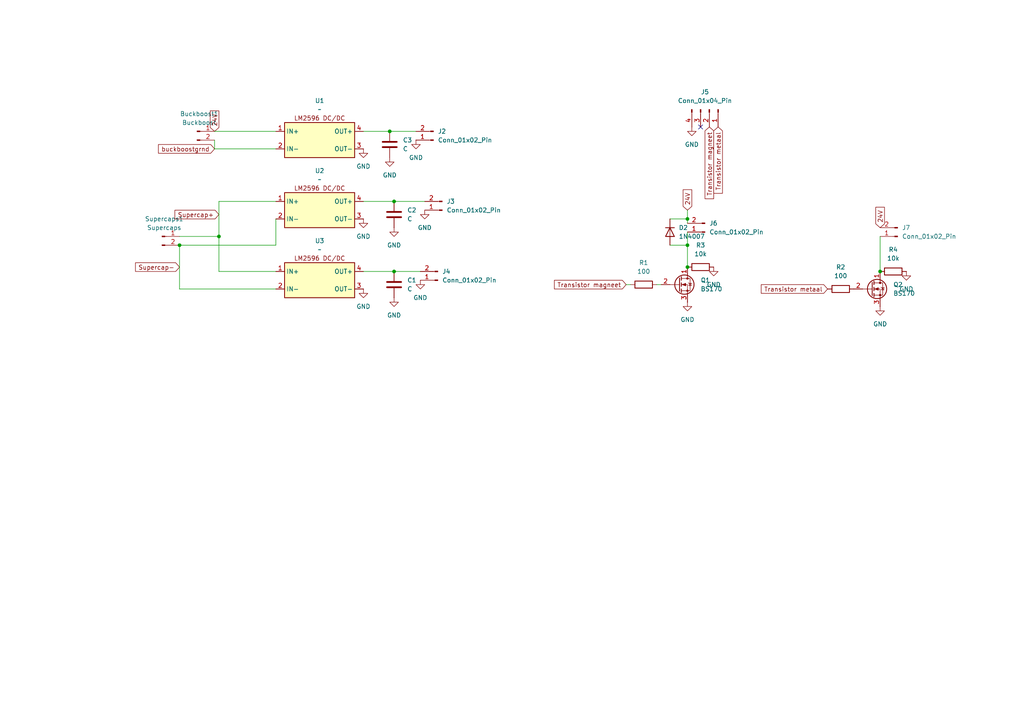
<source format=kicad_sch>
(kicad_sch (version 20250114) (generator "eeschema") (generator_version "9.0")
  (paper "A4")
  (lib_symbols
    (symbol "Connector:Conn_01x02_Pin" (pin_names (offset 1.016) (hide yes))
      (property "Reference" "J" (at 0 2.54 0))
      (property "Value" "Conn_01x02_Pin" (at 0 -5.08 0))
      (symbol "Conn_01x02_Pin_1_1"
        (rectangle (start 0.8636 0.127) (end 0 -0.127) (stroke (width 0.1524)) (fill (type outline)))
        (rectangle (start 0.8636 -2.413) (end 0 -2.667) (stroke (width 0.1524)) (fill (type outline)))
        (polyline (pts (xy 1.27 0) (xy 0.8636 0)) (stroke (width 0.1524)))
        (polyline (pts (xy 1.27 -2.54) (xy 0.8636 -2.54)) (stroke (width 0.1524)))
        (pin passive line (at 5.08 0 180) (length 3.81) (name "Pin_1") (number "1"))
        (pin passive line (at 5.08 -2.54 180) (length 3.81) (name "Pin_2") (number "2"))
      )
    )
    (symbol "Connector:Conn_01x04_Pin" (pin_names (offset 1.016) (hide yes))
      (property "Reference" "J" (at 0 5.08 0))
      (property "Value" "Conn_01x04_Pin" (at 0 -7.62 0))
      (symbol "Conn_01x04_Pin_1_1"
        (rectangle (start 0.8636 2.667) (end 0 2.413) (stroke (width 0.1524)) (fill (type outline)))
        (rectangle (start 0.8636 0.127) (end 0 -0.127) (stroke (width 0.1524)) (fill (type outline)))
        (rectangle (start 0.8636 -2.413) (end 0 -2.667) (stroke (width 0.1524)) (fill (type outline)))
        (rectangle (start 0.8636 -4.953) (end 0 -5.207) (stroke (width 0.1524)) (fill (type outline)))
        (polyline (pts (xy 1.27 2.54) (xy 0.8636 2.54)) (stroke (width 0.1524)))
        (polyline (pts (xy 1.27 0) (xy 0.8636 0)) (stroke (width 0.1524)))
        (polyline (pts (xy 1.27 -2.54) (xy 0.8636 -2.54)) (stroke (width 0.1524)))
        (polyline (pts (xy 1.27 -5.08) (xy 0.8636 -5.08)) (stroke (width 0.1524)))
        (pin passive line (at 5.08 2.54 180) (length 3.81) (name "Pin_1") (number "1"))
        (pin passive line (at 5.08 0 180) (length 3.81) (name "Pin_2") (number "2"))
        (pin passive line (at 5.08 -2.54 180) (length 3.81) (name "Pin_3") (number "3"))
        (pin passive line (at 5.08 -5.08 180) (length 3.81) (name "Pin_4") (number "4"))
      )
    )
    (symbol "Device:C" (pin_numbers (hide yes)) (pin_names (offset 0.254))
      (property "Reference" "C" (at 0.635 2.54 0))
      (property "Value" "C" (at 0.635 -2.54 0))
      (symbol "C_0_1"
        (polyline (pts (xy -2.032 0.762) (xy 2.032 0.762)) (stroke (width 0.508)))
        (polyline (pts (xy -2.032 -0.762) (xy 2.032 -0.762)) (stroke (width 0.508)))
      )
      (symbol "C_1_1"
        (pin passive line (at 0 3.81 270) (length 2.794) (name "~") (number "1"))
        (pin passive line (at 0 -3.81 90) (length 2.794) (name "~") (number "2"))
      )
    )
    (symbol "Device:R" (pin_numbers (hide yes)) (pin_names (offset 0))
      (property "Reference" "R" (at 2.032 0 90))
      (property "Value" "R" (at 0 0 90))
      (symbol "R_0_1"
        (rectangle (start -1.016 -2.54) (end 1.016 2.54) (stroke (width 0.254)))
      )
      (symbol "R_1_1"
        (pin passive line (at 0 3.81 270) (length 1.27) (name "~") (number "1"))
        (pin passive line (at 0 -3.81 90) (length 1.27) (name "~") (number "2"))
      )
    )
    (symbol "Diode:1N4007" (pin_numbers (hide yes)) (pin_names (hide yes))
      (property "Reference" "D" (at 0 2.54 0))
      (property "Value" "1N4007" (at 0 -2.54 0))
      (symbol "1N4007_0_1"
        (polyline (pts (xy -1.27 1.27) (xy -1.27 -1.27)) (stroke (width 0.254)))
        (polyline (pts (xy 1.27 1.27) (xy 1.27 -1.27) (xy -1.27 0) (xy 1.27 1.27)) (stroke (width 0.254)))
        (polyline (pts (xy 1.27 0) (xy -1.27 0)))
      )
      (symbol "1N4007_1_1"
        (pin passive line (at -3.81 0 0) (length 2.54) (name "K") (number "1"))
        (pin passive line (at 3.81 0 180) (length 2.54) (name "A") (number "2"))
      )
    )
    (symbol "Transistor_FET:BS170" (pin_names (hide yes))
      (property "Reference" "Q" (at 5.08 1.905 0))
      (property "Value" "BS170" (at 5.08 0 0))
      (symbol "BS170_0_1"
        (polyline (pts (xy 0.254 1.905) (xy 0.254 -1.905)) (stroke (width 0.254)))
        (polyline (pts (xy 0.254 0) (xy -2.54 0)))
        (polyline (pts (xy 0.762 2.286) (xy 0.762 1.27)) (stroke (width 0.254)))
        (polyline (pts (xy 0.762 0.508) (xy 0.762 -0.508)) (stroke (width 0.254)))
        (polyline (pts (xy 0.762 -1.27) (xy 0.762 -2.286)) (stroke (width 0.254)))
        (polyline (pts (xy 0.762 -1.778) (xy 3.302 -1.778) (xy 3.302 1.778) (xy 0.762 1.778)))
        (polyline (pts (xy 1.016 0) (xy 2.032 0.381) (xy 2.032 -0.381) (xy 1.016 0)) (fill (type outline)))
        (circle (center 1.651 0) (radius 2.794) (stroke (width 0.254)))
        (polyline (pts (xy 2.54 2.54) (xy 2.54 1.778)))
        (circle (center 2.54 1.778) (radius 0.254) (fill (type outline)))
        (circle (center 2.54 -1.778) (radius 0.254) (fill (type outline)))
        (polyline (pts (xy 2.54 -2.54) (xy 2.54 0) (xy 0.762 0)))
        (polyline (pts (xy 2.794 0.508) (xy 2.921 0.381) (xy 3.683 0.381) (xy 3.81 0.254)))
        (polyline (pts (xy 3.302 0.381) (xy 2.921 -0.254) (xy 3.683 -0.254) (xy 3.302 0.381)))
      )
      (symbol "BS170_1_1"
        (pin input line (at -5.08 0 0) (length 2.54) (name "G") (number "2"))
        (pin passive line (at 2.54 5.08 270) (length 2.54) (name "D") (number "1"))
        (pin passive line (at 2.54 -5.08 90) (length 2.54) (name "S") (number "3"))
      )
    )
    (symbol "Zuydlib3:LM2596_module"
      (property "Reference" "U" (at 0 0 0))
      (symbol "LM2596_module_0_1"
        (rectangle (start -10.16 3.81) (end 10.16 -6.35) (stroke (width 0.254)) (fill (type background)))
      )
      (symbol "LM2596_module_1_1"
        (text "LM2596 DC/DC" (at 0 5.08 0) (effects (font (size 1.27 1.27))))
        (pin power_in line (at -12.7 1.27 0) (length 2.54) (name "IN+") (number "1"))
        (pin power_in line (at -12.7 -3.81 0) (length 2.54) (name "IN-") (number "2"))
        (pin power_out line (at 12.7 1.27 180) (length 2.54) (name "OUT+") (number "4"))
        (pin power_out line (at 12.7 -3.81 180) (length 2.54) (name "OUT-") (number "3"))
      )
    )
    (symbol "power:GND" (power) (pin_numbers (hide yes)) (pin_names (offset 0) (hide yes))
      (property "Value" "GND" (at 0 -3.81 0))
      (symbol "GND_0_1"
        (polyline (pts (xy 0 0) (xy 0 -1.27) (xy 1.27 -1.27) (xy 0 -2.54) (xy -1.27 -1.27) (xy 0 -1.27)))
      )
      (symbol "GND_1_1"
        (pin power_in line (at 0 0 270) (length 0) (name "~") (number "1"))
      )
    )
  )
  (junction (at 255.27 78.74))
  (junction (at 63.5 68.58))
  (junction (at 199.39 77.47))
  (junction (at 113.03 38.1))
  (junction (at 114.3 58.42))
  (junction (at 199.39 63.5))
  (junction (at 52.07 71.12))
  (junction (at 199.39 71.12))
  (junction (at 114.3 78.74))
  (no_connect (at 203.2 36.83))
  (wire (pts (xy 63.5 68.58) (xy 63.5 78.74)))
  (wire (pts (xy 114.3 78.74) (xy 121.92 78.74)))
  (wire (pts (xy 181.61 82.55) (xy 182.88 82.55)))
  (wire (pts (xy 194.31 63.5) (xy 199.39 63.5)))
  (wire (pts (xy 190.5 82.55) (xy 191.77 82.55)))
  (wire (pts (xy 62.23 40.64) (xy 62.23 43.18)))
  (wire (pts (xy 52.07 71.12) (xy 80.01 71.12)))
  (wire (pts (xy 255.27 68.58) (xy 255.27 78.74)))
  (wire (pts (xy 199.39 67.31) (xy 199.39 71.12)))
  (wire (pts (xy 199.39 63.5) (xy 199.39 64.77)))
  (wire (pts (xy 105.41 78.74) (xy 114.3 78.74)))
  (wire (pts (xy 63.5 78.74) (xy 80.01 78.74)))
  (wire (pts (xy 194.31 71.12) (xy 199.39 71.12)))
  (wire (pts (xy 105.41 58.42) (xy 114.3 58.42)))
  (wire (pts (xy 62.23 38.1) (xy 80.01 38.1)))
  (wire (pts (xy 52.07 71.12) (xy 52.07 83.82)))
  (wire (pts (xy 63.5 68.58) (xy 63.5 58.42)))
  (wire (pts (xy 52.07 83.82) (xy 80.01 83.82)))
  (wire (pts (xy 52.07 68.58) (xy 63.5 68.58)))
  (wire (pts (xy 80.01 71.12) (xy 80.01 63.5)))
  (wire (pts (xy 63.5 58.42) (xy 80.01 58.42)))
  (wire (pts (xy 113.03 38.1) (xy 120.65 38.1)))
  (wire (pts (xy 62.23 43.18) (xy 80.01 43.18)))
  (wire (pts (xy 199.39 71.12) (xy 199.39 77.47)))
  (wire (pts (xy 199.39 63.5) (xy 199.39 60.96)))
  (wire (pts (xy 114.3 58.42) (xy 123.19 58.42)))
  (wire (pts (xy 105.41 38.1) (xy 113.03 38.1)))
  (global_label "24V" (shape input) (at 62.23 38.1 90) (property "Intersheetrefs" "${INTERSHEET_REFS}" (effects (hide yes))))
  (global_label "Transistor magneet" (shape input) (at 205.74 36.83 270) (property "Intersheetrefs" "${INTERSHEET_REFS}" (effects (hide yes))))
  (global_label "buckboostgrnd" (shape input) (at 62.23 43.18 180) (property "Intersheetrefs" "${INTERSHEET_REFS}" (effects (hide yes))))
  (global_label "Transistor metaal" (shape input) (at 240.03 83.82 180) (property "Intersheetrefs" "${INTERSHEET_REFS}" (effects (hide yes))))
  (global_label "Supercap-" (shape input) (at 52.07 77.47 180) (property "Intersheetrefs" "${INTERSHEET_REFS}" (effects (hide yes))))
  (global_label "Supercap+" (shape input) (at 63.5 62.23 180) (property "Intersheetrefs" "${INTERSHEET_REFS}" (effects (hide yes))))
  (global_label "Transistor metaal" (shape input) (at 208.28 36.83 270) (property "Intersheetrefs" "${INTERSHEET_REFS}" (effects (hide yes))))
  (global_label "24V" (shape input) (at 199.39 60.96 90) (property "Intersheetrefs" "${INTERSHEET_REFS}" (effects (hide yes))))
  (global_label "Transistor magneet" (shape input) (at 181.61 82.55 180) (property "Intersheetrefs" "${INTERSHEET_REFS}" (effects (hide yes))))
  (global_label "24V" (shape input) (at 255.27 66.04 90) (property "Intersheetrefs" "${INTERSHEET_REFS}" (effects (hide yes))))
  (symbol (lib_id "power:GND") (at 262.89 78.74 0) (unit 1)
    (property "Reference" "#PWR011" (effects (hide yes)))
    (property "Value" "GND" (at 262.89 83.82 0))
    (property "Description" "Power symbol creates a global label with name \"GND\" , ground" (effects (hide yes)))
  )
  (symbol (lib_id "Device:R") (at 243.84 83.82 90) (unit 1)
    (property "Reference" "R2" (at 243.84 77.47 90))
    (property "Value" "100" (at 243.84 80.01 90))
    (property "Footprint" "Resistor_THT:R_Axial_DIN0204_L3.6mm_D1.6mm_P7.62mm_Horizontal" (effects (hide yes)))
    (property "Description" "Resistor" (effects (hide yes)))
  )
  (symbol (lib_id "power:GND") (at 199.39 87.63 0) (unit 1)
    (property "Reference" "#PWR08" (effects (hide yes)))
    (property "Value" "GND" (at 199.39 92.71 0))
    (property "Description" "Power symbol creates a global label with name \"GND\" , ground" (effects (hide yes)))
  )
  (symbol (lib_id "power:GND") (at 105.41 63.5 0) (unit 1)
    (property "Reference" "#PWR02" (effects (hide yes)))
    (property "Value" "GND" (at 105.41 68.58 0))
    (property "Description" "Power symbol creates a global label with name \"GND\" , ground" (effects (hide yes)))
  )
  (symbol (lib_id "Device:R") (at 186.69 82.55 90) (unit 1)
    (property "Reference" "R1" (at 186.69 76.2 90))
    (property "Value" "100" (at 186.69 78.74 90))
    (property "Footprint" "Resistor_THT:R_Axial_DIN0204_L3.6mm_D1.6mm_P7.62mm_Horizontal" (effects (hide yes)))
    (property "Description" "Resistor" (effects (hide yes)))
  )
  (symbol (lib_id "Connector:Conn_01x02_Pin") (at 57.15 38.1 0) (unit 1)
    (property "Reference" "Buckboost1" (at 57.785 33.02 0))
    (property "Value" "Buckboost" (at 57.785 35.56 0))
    (property "Footprint" "Connector_Phoenix_MSTB:PhoenixContact_MSTBA_2,5_2-G-5,08_1x02_P5.08mm_Horizontal" (effects (hide yes)))
    (property "Description" "Generic connector, single row, 01x02, script generated" (effects (hide yes)))
  )
  (symbol (lib_id "power:GND") (at 207.01 77.47 0) (unit 1)
    (property "Reference" "#PWR010" (effects (hide yes)))
    (property "Value" "GND" (at 207.01 82.55 0))
    (property "Description" "Power symbol creates a global label with name \"GND\" , ground" (effects (hide yes)))
  )
  (symbol (lib_id "Device:C") (at 114.3 62.23 0) (unit 1)
    (property "Reference" "C2" (at 118.11 60.9599 0) (effects (justify left)))
    (property "Value" "C" (at 118.11 63.4999 0) (effects (justify left)))
    (property "Footprint" "Capacitor_THT:CP_Radial_D5.0mm_P2.50mm" (effects (hide yes)))
    (property "Description" "Unpolarized capacitor" (effects (hide yes)))
  )
  (symbol (lib_id "Transistor_FET:BS170") (at 196.85 82.55 0) (unit 1)
    (property "Reference" "Q1" (at 203.2 81.2799 0) (effects (justify left)))
    (property "Value" "BS170" (at 203.2 83.8199 0) (effects (justify left)))
    (property "Footprint" "Package_TO_SOT_THT:TO-92_Inline" (effects (hide yes)))
    (property "Datasheet" "https://www.onsemi.com/pub/Collateral/BS170-D.PDF" (effects (hide yes)))
    (property "Description" "0.5A Id, 60V Vds, N-Channel MOSFET, TO-92" (effects (hide yes)))
  )
  (symbol (lib_id "Connector:Conn_01x02_Pin") (at 128.27 60.96 180) (unit 1)
    (property "Reference" "J3" (at 129.54 58.4199 0) (effects (justify right)))
    (property "Value" "Conn_01x02_Pin" (at 129.54 60.9599 0) (effects (justify right)))
    (property "Footprint" "Connector_Phoenix_MSTB:PhoenixContact_MSTBA_2,5_2-G-5,08_1x02_P5.08mm_Horizontal" (effects (hide yes)))
    (property "Description" "Generic connector, single row, 01x02, script generated" (effects (hide yes)))
  )
  (symbol (lib_id "power:GND") (at 105.41 83.82 0) (unit 1)
    (property "Reference" "#PWR03" (effects (hide yes)))
    (property "Value" "GND" (at 105.41 88.9 0))
    (property "Description" "Power symbol creates a global label with name \"GND\" , ground" (effects (hide yes)))
  )
  (symbol (lib_id "power:GND") (at 114.3 66.04 0) (unit 1)
    (property "Reference" "#PWR013" (effects (hide yes)))
    (property "Value" "GND" (at 114.3 71.12 0))
    (property "Description" "Power symbol creates a global label with name \"GND\" , ground" (effects (hide yes)))
  )
  (symbol (lib_id "Zuydlib3:LM2596_module") (at 92.71 80.01 0) (unit 1)
    (property "Reference" "U3" (at 92.71 69.85 0))
    (property "Value" "~" (at 92.71 72.39 0))
    (property "Footprint" "Meloen:LM2596_module_opvoetjes" (effects (hide yes)))
  )
  (symbol (lib_id "power:GND") (at 105.41 43.18 0) (unit 1)
    (property "Reference" "#PWR01" (effects (hide yes)))
    (property "Value" "GND" (at 105.41 48.26 0))
    (property "Description" "Power symbol creates a global label with name \"GND\" , ground" (effects (hide yes)))
  )
  (symbol (lib_id "Diode:1N4007") (at 194.31 67.31 270) (unit 1)
    (property "Reference" "D2" (at 196.85 66.0399 90) (effects (justify left)))
    (property "Value" "1N4007" (at 196.85 68.5799 90) (effects (justify left)))
    (property "Footprint" "Diode_THT:D_DO-41_SOD81_P10.16mm_Horizontal" (effects (hide yes)))
    (property "Datasheet" "http://www.vishay.com/docs/88503/1n4001.pdf" (effects (hide yes)))
    (property "Description" "1000V 1A General Purpose Rectifier Diode, DO-41" (effects (hide yes)))
    (property "Sim.Device" "D" (effects (hide yes)))
    (property "Sim.Pins" "1=K 2=A" (effects (hide yes)))
  )
  (symbol (lib_id "power:GND") (at 121.92 81.28 0) (unit 1)
    (property "Reference" "#PWR06" (effects (hide yes)))
    (property "Value" "GND" (at 121.92 86.36 0))
    (property "Description" "Power symbol creates a global label with name \"GND\" , ground" (effects (hide yes)))
  )
  (symbol (lib_id "Connector:Conn_01x02_Pin") (at 127 81.28 180) (unit 1)
    (property "Reference" "J4" (at 128.27 78.7399 0) (effects (justify right)))
    (property "Value" "Conn_01x02_Pin" (at 128.27 81.2799 0) (effects (justify right)))
    (property "Footprint" "Connector_Phoenix_MSTB:PhoenixContact_MSTBA_2,5_2-G-5,08_1x02_P5.08mm_Horizontal" (effects (hide yes)))
    (property "Description" "Generic connector, single row, 01x02, script generated" (effects (hide yes)))
  )
  (symbol (lib_id "power:GND") (at 255.27 88.9 0) (unit 1)
    (property "Reference" "#PWR09" (effects (hide yes)))
    (property "Value" "GND" (at 255.27 93.98 0))
    (property "Description" "Power symbol creates a global label with name \"GND\" , ground" (effects (hide yes)))
  )
  (symbol (lib_id "power:GND") (at 120.65 40.64 0) (unit 1)
    (property "Reference" "#PWR05" (effects (hide yes)))
    (property "Value" "GND" (at 120.65 45.72 0))
    (property "Description" "Power symbol creates a global label with name \"GND\" , ground" (effects (hide yes)))
  )
  (symbol (lib_id "Connector:Conn_01x04_Pin") (at 205.74 31.75 270) (unit 1)
    (property "Reference" "J5" (at 204.47 26.67 90))
    (property "Value" "Conn_01x04_Pin" (at 204.47 29.21 90))
    (property "Footprint" "Meloen:Audio jack" (effects (hide yes)))
    (property "Description" "Generic connector, single row, 01x04, script generated" (effects (hide yes)))
  )
  (symbol (lib_id "power:GND") (at 114.3 86.36 0) (unit 1)
    (property "Reference" "#PWR014" (effects (hide yes)))
    (property "Value" "GND" (at 114.3 91.44 0))
    (property "Description" "Power symbol creates a global label with name \"GND\" , ground" (effects (hide yes)))
  )
  (symbol (lib_id "Connector:Conn_01x02_Pin") (at 204.47 67.31 180) (unit 1)
    (property "Reference" "J6" (at 205.74 64.7699 0) (effects (justify right)))
    (property "Value" "Conn_01x02_Pin" (at 205.74 67.3099 0) (effects (justify right)))
    (property "Footprint" "Connector_Phoenix_MSTB:PhoenixContact_MSTBA_2,5_2-G-5,08_1x02_P5.08mm_Horizontal" (effects (hide yes)))
    (property "Description" "Generic connector, single row, 01x02, script generated" (effects (hide yes)))
  )
  (symbol (lib_id "Connector:Conn_01x02_Pin") (at 260.35 68.58 180) (unit 1)
    (property "Reference" "J7" (at 261.62 66.0399 0) (effects (justify right)))
    (property "Value" "Conn_01x02_Pin" (at 261.62 68.5799 0) (effects (justify right)))
    (property "Footprint" "Connector_Phoenix_MSTB:PhoenixContact_MSTBA_2,5_2-G-5,08_1x02_P5.08mm_Horizontal" (effects (hide yes)))
    (property "Description" "Generic connector, single row, 01x02, script generated" (effects (hide yes)))
  )
  (symbol (lib_id "Device:C") (at 114.3 82.55 0) (unit 1)
    (property "Reference" "C1" (at 118.11 81.2799 0) (effects (justify left)))
    (property "Value" "C" (at 118.11 83.8199 0) (effects (justify left)))
    (property "Footprint" "Capacitor_THT:CP_Radial_D5.0mm_P2.50mm" (effects (hide yes)))
    (property "Description" "Unpolarized capacitor" (effects (hide yes)))
  )
  (symbol (lib_id "Connector:Conn_01x02_Pin") (at 125.73 40.64 180) (unit 1)
    (property "Reference" "J2" (at 127 38.0999 0) (effects (justify right)))
    (property "Value" "Conn_01x02_Pin" (at 127 40.6399 0) (effects (justify right)))
    (property "Footprint" "Connector_Phoenix_MSTB:PhoenixContact_MSTBA_2,5_2-G-5,08_1x02_P5.08mm_Horizontal" (effects (hide yes)))
    (property "Description" "Generic connector, single row, 01x02, script generated" (effects (hide yes)))
  )
  (symbol (lib_id "power:GND") (at 200.66 36.83 0) (unit 1)
    (property "Reference" "#PWR07" (effects (hide yes)))
    (property "Value" "GND" (at 200.66 41.91 0))
    (property "Description" "Power symbol creates a global label with name \"GND\" , ground" (effects (hide yes)))
  )
  (symbol (lib_id "power:GND") (at 123.19 60.96 0) (unit 1)
    (property "Reference" "#PWR04" (effects (hide yes)))
    (property "Value" "GND" (at 123.19 66.04 0))
    (property "Description" "Power symbol creates a global label with name \"GND\" , ground" (effects (hide yes)))
  )
  (symbol (lib_id "power:GND") (at 113.03 45.72 0) (unit 1)
    (property "Reference" "#PWR012" (effects (hide yes)))
    (property "Value" "GND" (at 113.03 50.8 0))
    (property "Description" "Power symbol creates a global label with name \"GND\" , ground" (effects (hide yes)))
  )
  (symbol (lib_id "Zuydlib3:LM2596_module") (at 92.71 39.37 0) (unit 1)
    (property "Reference" "U1" (at 92.71 29.21 0))
    (property "Value" "~" (at 92.71 31.75 0))
    (property "Footprint" "Meloen:LM2596_module_opvoetjes" (effects (hide yes)))
  )
  (symbol (lib_id "Device:C") (at 113.03 41.91 0) (unit 1)
    (property "Reference" "C3" (at 116.84 40.6399 0) (effects (justify left)))
    (property "Value" "C" (at 116.84 43.1799 0) (effects (justify left)))
    (property "Footprint" "Capacitor_THT:CP_Radial_D5.0mm_P2.50mm" (effects (hide yes)))
    (property "Description" "Unpolarized capacitor" (effects (hide yes)))
  )
  (symbol (lib_id "Device:R") (at 203.2 77.47 90) (unit 1)
    (property "Reference" "R3" (at 203.2 71.12 90))
    (property "Value" "10k" (at 203.2 73.66 90))
    (property "Footprint" "Resistor_THT:R_Axial_DIN0204_L3.6mm_D1.6mm_P7.62mm_Horizontal" (effects (hide yes)))
    (property "Description" "Resistor" (effects (hide yes)))
  )
  (symbol (lib_id "Connector:Conn_01x02_Pin") (at 46.99 68.58 0) (unit 1)
    (property "Reference" "Supercaps1" (at 47.625 63.5 0))
    (property "Value" "Supercaps" (at 47.625 66.04 0))
    (property "Footprint" "Connector_Phoenix_MSTB:PhoenixContact_MSTBA_2,5_2-G-5,08_1x02_P5.08mm_Horizontal" (effects (hide yes)))
    (property "Description" "Generic connector, single row, 01x02, script generated" (effects (hide yes)))
  )
  (symbol (lib_id "Transistor_FET:BS170") (at 252.73 83.82 0) (unit 1)
    (property "Reference" "Q2" (at 259.08 82.5499 0) (effects (justify left)))
    (property "Value" "BS170" (at 259.08 85.0899 0) (effects (justify left)))
    (property "Footprint" "Package_TO_SOT_THT:TO-92_Inline" (effects (hide yes)))
    (property "Datasheet" "https://www.onsemi.com/pub/Collateral/BS170-D.PDF" (effects (hide yes)))
    (property "Description" "0.5A Id, 60V Vds, N-Channel MOSFET, TO-92" (effects (hide yes)))
  )
  (symbol (lib_id "Device:R") (at 259.08 78.74 90) (unit 1)
    (property "Reference" "R4" (at 259.08 72.39 90))
    (property "Value" "10k" (at 259.08 74.93 90))
    (property "Footprint" "Resistor_THT:R_Axial_DIN0204_L3.6mm_D1.6mm_P7.62mm_Horizontal" (effects (hide yes)))
    (property "Description" "Resistor" (effects (hide yes)))
  )
  (symbol (lib_id "Zuydlib3:LM2596_module") (at 92.71 59.69 0) (unit 1)
    (property "Reference" "U2" (at 92.71 49.53 0))
    (property "Value" "~" (at 92.71 52.07 0))
    (property "Footprint" "Meloen:LM2596_module_opvoetjes" (effects (hide yes)))
  )
)
</source>
